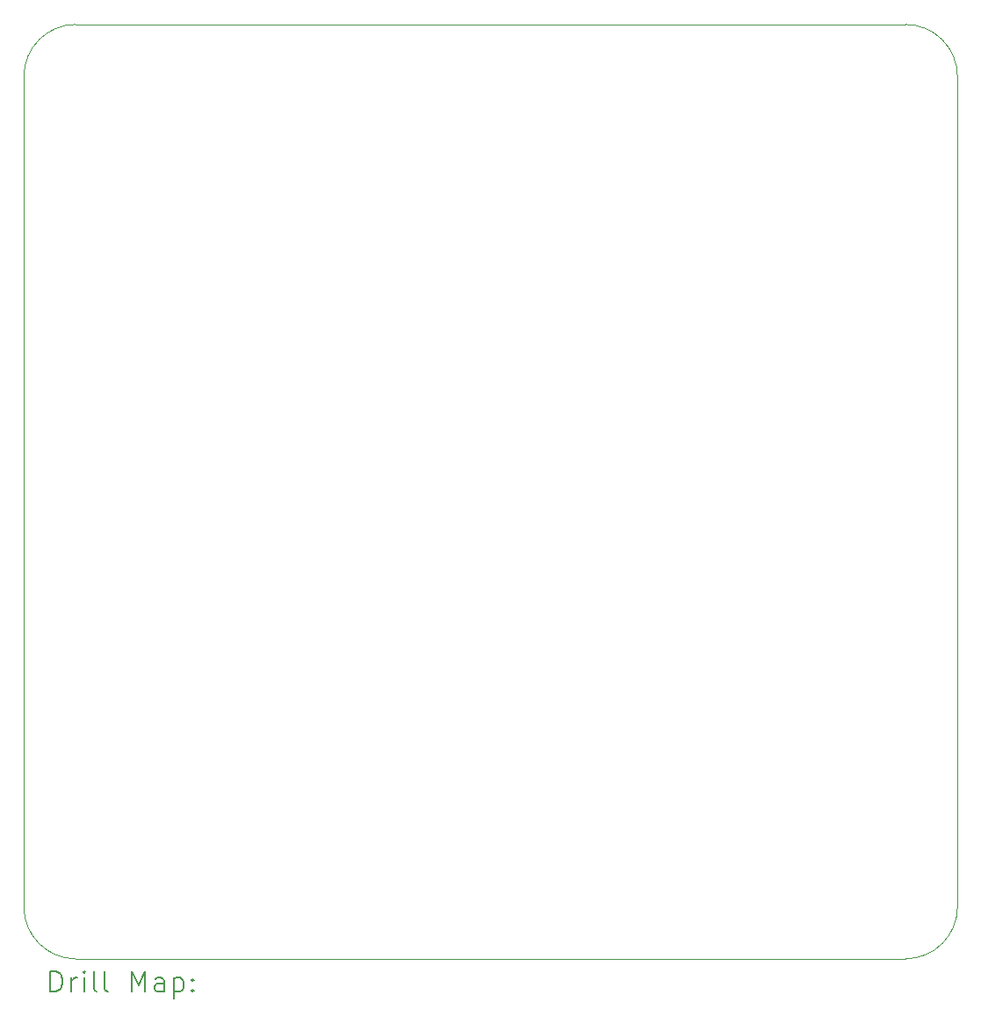
<source format=gbr>
%TF.GenerationSoftware,KiCad,Pcbnew,7.0.8*%
%TF.CreationDate,2023-10-17T14:13:34+02:00*%
%TF.ProjectId,pour_fillet,706f7572-5f66-4696-9c6c-65742e6b6963,rev?*%
%TF.SameCoordinates,Original*%
%TF.FileFunction,Drillmap*%
%TF.FilePolarity,Positive*%
%FSLAX45Y45*%
G04 Gerber Fmt 4.5, Leading zero omitted, Abs format (unit mm)*
G04 Created by KiCad (PCBNEW 7.0.8) date 2023-10-17 14:13:34*
%MOMM*%
%LPD*%
G01*
G04 APERTURE LIST*
%ADD10C,0.100000*%
%ADD11C,0.200000*%
G04 APERTURE END LIST*
D10*
X7750000Y-4750000D02*
X15750000Y-4750000D01*
X15750000Y-13750000D02*
X7750000Y-13750000D01*
X7250000Y-13250000D02*
G75*
G03*
X7750000Y-13750000I500000J0D01*
G01*
X16250000Y-5250000D02*
X16250000Y-13250000D01*
X7750000Y-4750000D02*
G75*
G03*
X7250000Y-5250000I0J-500000D01*
G01*
X7250000Y-13250000D02*
X7250000Y-5250000D01*
X15750000Y-13750000D02*
G75*
G03*
X16250000Y-13250000I0J500000D01*
G01*
X16250000Y-5250000D02*
G75*
G03*
X15750000Y-4750000I-500000J0D01*
G01*
D11*
X7505777Y-14066484D02*
X7505777Y-13866484D01*
X7505777Y-13866484D02*
X7553396Y-13866484D01*
X7553396Y-13866484D02*
X7581967Y-13876008D01*
X7581967Y-13876008D02*
X7601015Y-13895055D01*
X7601015Y-13895055D02*
X7610539Y-13914103D01*
X7610539Y-13914103D02*
X7620062Y-13952198D01*
X7620062Y-13952198D02*
X7620062Y-13980769D01*
X7620062Y-13980769D02*
X7610539Y-14018865D01*
X7610539Y-14018865D02*
X7601015Y-14037912D01*
X7601015Y-14037912D02*
X7581967Y-14056960D01*
X7581967Y-14056960D02*
X7553396Y-14066484D01*
X7553396Y-14066484D02*
X7505777Y-14066484D01*
X7705777Y-14066484D02*
X7705777Y-13933150D01*
X7705777Y-13971246D02*
X7715301Y-13952198D01*
X7715301Y-13952198D02*
X7724824Y-13942674D01*
X7724824Y-13942674D02*
X7743872Y-13933150D01*
X7743872Y-13933150D02*
X7762920Y-13933150D01*
X7829586Y-14066484D02*
X7829586Y-13933150D01*
X7829586Y-13866484D02*
X7820062Y-13876008D01*
X7820062Y-13876008D02*
X7829586Y-13885531D01*
X7829586Y-13885531D02*
X7839110Y-13876008D01*
X7839110Y-13876008D02*
X7829586Y-13866484D01*
X7829586Y-13866484D02*
X7829586Y-13885531D01*
X7953396Y-14066484D02*
X7934348Y-14056960D01*
X7934348Y-14056960D02*
X7924824Y-14037912D01*
X7924824Y-14037912D02*
X7924824Y-13866484D01*
X8058158Y-14066484D02*
X8039110Y-14056960D01*
X8039110Y-14056960D02*
X8029586Y-14037912D01*
X8029586Y-14037912D02*
X8029586Y-13866484D01*
X8286729Y-14066484D02*
X8286729Y-13866484D01*
X8286729Y-13866484D02*
X8353396Y-14009341D01*
X8353396Y-14009341D02*
X8420063Y-13866484D01*
X8420063Y-13866484D02*
X8420063Y-14066484D01*
X8601015Y-14066484D02*
X8601015Y-13961722D01*
X8601015Y-13961722D02*
X8591491Y-13942674D01*
X8591491Y-13942674D02*
X8572444Y-13933150D01*
X8572444Y-13933150D02*
X8534348Y-13933150D01*
X8534348Y-13933150D02*
X8515301Y-13942674D01*
X8601015Y-14056960D02*
X8581967Y-14066484D01*
X8581967Y-14066484D02*
X8534348Y-14066484D01*
X8534348Y-14066484D02*
X8515301Y-14056960D01*
X8515301Y-14056960D02*
X8505777Y-14037912D01*
X8505777Y-14037912D02*
X8505777Y-14018865D01*
X8505777Y-14018865D02*
X8515301Y-13999817D01*
X8515301Y-13999817D02*
X8534348Y-13990293D01*
X8534348Y-13990293D02*
X8581967Y-13990293D01*
X8581967Y-13990293D02*
X8601015Y-13980769D01*
X8696253Y-13933150D02*
X8696253Y-14133150D01*
X8696253Y-13942674D02*
X8715301Y-13933150D01*
X8715301Y-13933150D02*
X8753396Y-13933150D01*
X8753396Y-13933150D02*
X8772444Y-13942674D01*
X8772444Y-13942674D02*
X8781967Y-13952198D01*
X8781967Y-13952198D02*
X8791491Y-13971246D01*
X8791491Y-13971246D02*
X8791491Y-14028388D01*
X8791491Y-14028388D02*
X8781967Y-14047436D01*
X8781967Y-14047436D02*
X8772444Y-14056960D01*
X8772444Y-14056960D02*
X8753396Y-14066484D01*
X8753396Y-14066484D02*
X8715301Y-14066484D01*
X8715301Y-14066484D02*
X8696253Y-14056960D01*
X8877205Y-14047436D02*
X8886729Y-14056960D01*
X8886729Y-14056960D02*
X8877205Y-14066484D01*
X8877205Y-14066484D02*
X8867682Y-14056960D01*
X8867682Y-14056960D02*
X8877205Y-14047436D01*
X8877205Y-14047436D02*
X8877205Y-14066484D01*
X8877205Y-13942674D02*
X8886729Y-13952198D01*
X8886729Y-13952198D02*
X8877205Y-13961722D01*
X8877205Y-13961722D02*
X8867682Y-13952198D01*
X8867682Y-13952198D02*
X8877205Y-13942674D01*
X8877205Y-13942674D02*
X8877205Y-13961722D01*
M02*

</source>
